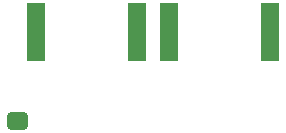
<source format=gbr>
%TF.GenerationSoftware,KiCad,Pcbnew,8.0.2*%
%TF.CreationDate,2024-05-14T11:50:59+07:00*%
%TF.ProjectId,PICO_DAC2932,5049434f-5f44-4414-9332-3933322e6b69,rev?*%
%TF.SameCoordinates,PX7735940PY61c06a0*%
%TF.FileFunction,Paste,Bot*%
%TF.FilePolarity,Positive*%
%FSLAX46Y46*%
G04 Gerber Fmt 4.6, Leading zero omitted, Abs format (unit mm)*
G04 Created by KiCad (PCBNEW 8.0.2) date 2024-05-14 11:50:59*
%MOMM*%
%LPD*%
G01*
G04 APERTURE LIST*
G04 Aperture macros list*
%AMRoundRect*
0 Rectangle with rounded corners*
0 $1 Rounding radius*
0 $2 $3 $4 $5 $6 $7 $8 $9 X,Y pos of 4 corners*
0 Add a 4 corners polygon primitive as box body*
4,1,4,$2,$3,$4,$5,$6,$7,$8,$9,$2,$3,0*
0 Add four circle primitives for the rounded corners*
1,1,$1+$1,$2,$3*
1,1,$1+$1,$4,$5*
1,1,$1+$1,$6,$7*
1,1,$1+$1,$8,$9*
0 Add four rect primitives between the rounded corners*
20,1,$1+$1,$2,$3,$4,$5,0*
20,1,$1+$1,$4,$5,$6,$7,0*
20,1,$1+$1,$6,$7,$8,$9,0*
20,1,$1+$1,$8,$9,$2,$3,0*%
G04 Aperture macros list end*
%ADD10R,1.600000X4.900000*%
%ADD11RoundRect,0.381000X-0.381000X-0.381000X0.381000X-0.381000X0.381000X0.381000X-0.381000X0.381000X0*%
G04 APERTURE END LIST*
D10*
%TO.C,J7*%
X66250000Y51260000D03*
X57750000Y51260000D03*
%TD*%
%TO.C,J8*%
X77500000Y51260000D03*
X69000000Y51260000D03*
%TD*%
D11*
%TO.C,JO1*%
X56000000Y43750000D03*
X56250000Y43750000D03*
%TD*%
M02*

</source>
